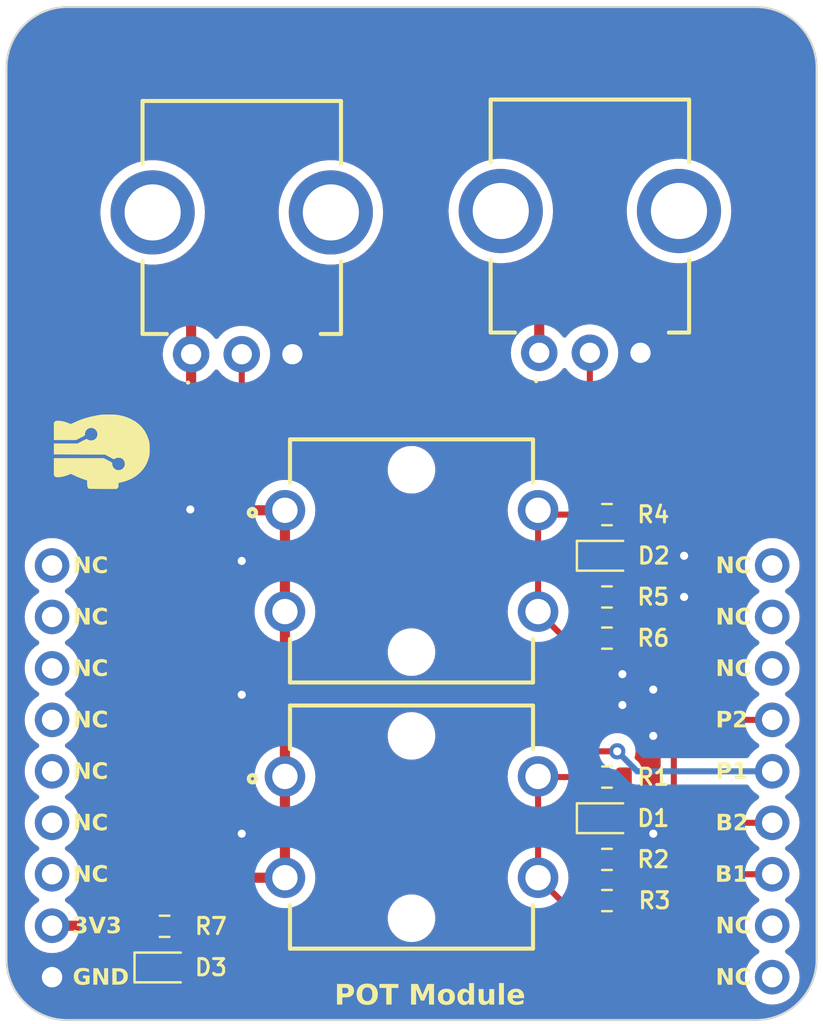
<source format=kicad_pcb>
(kicad_pcb (version 20221018) (generator pcbnew)
  (layers (0 "F.Cu" signal) (31 "B.Cu" signal) (34 "B.Paste" user) (35 "F.Paste" user) (36 "B.SilkS" user "B.Silkscreen") (37 "F.SilkS" user "F.Silkscreen") (38 "B.Mask" user) (39 "F.Mask" user) (44 "Edge.Cuts" user))
  (net 0 "")
  (net 1 "+3V3")
  (net 2 "GND")
  (net 3 "Net-(S1-COM_2)")
  (net 4 "Net-(S2-COM_2)")
  (net 17 "P1")
  (net 18 "P2")
  (net 19 "B1")
  (net 20 "B2")
  (net 21 "Net-(D1-A)")
  (net 22 "Net-(D2-A)")
  (net 23 "Net-(D3-A)")
  (footprint "meminle:B3F-4055" (layer "F.Cu") (at 91.186 85.018 180)
    (fp_text reference "S1" hide)
    (fp_text value "B3F-5050" hide)
    (fp_line (start -6 -6) (end -6 -3.849) (stroke (width 0.2)) (layer "F.SilkS"))
    (fp_line (start -6 -6) (end 6 -6) (stroke (width 0.2)) (layer "F.SilkS"))
    (fp_line (start -6 6) (end -6 3.849) (stroke (width 0.2)) (layer "F.SilkS"))
    (fp_line (start 6 -6) (end 6 -3.849) (stroke (width 0.2)) (layer "F.SilkS"))
    (fp_line (start 6 6) (end -6 6) (stroke (width 0.2)) (layer "F.SilkS"))
    (fp_line (start 6 6) (end 6 3.849) (stroke (width 0.2)) (layer "F.SilkS"))
    (fp_circle (center 7.855 2.384) (end 7.855 2.466) (stroke (width 0.2)) (fill none) (layer "F.SilkS"))
    (pad "" np_thru_hole circle (at 0 -4.5 180) (size 1.85 1.85) (drill 1.85) (layers "*.Cu" "*.Mask"))
    (pad "" np_thru_hole circle (at 0 4.5 180) (size 1.85 1.85) (drill 1.85) (layers "*.Cu" "*.Mask"))
    (pad "1" thru_hole circle (at 6.25 2.5 180) (size 2 2) (drill 1.25) (layers "*.Cu" "*.Mask") (net 1 "+3V3"))
    (pad "2" thru_hole circle (at -6.25 2.5 180) (size 2 2) (drill 1.25) (layers "*.Cu" "*.Mask") (net 3 "Net-(S1-COM_2)"))
    (pad "3" thru_hole circle (at 6.25 -2.5 180) (size 2 2) (drill 1.25) (layers "*.Cu" "*.Mask") (net 1 "+3V3"))
    (pad "4" thru_hole circle (at -6.25 -2.5 180) (size 2 2) (drill 1.25) (layers "*.Cu" "*.Mask") (net 3 "Net-(S1-COM_2)"))
  )
  (footprint "meminle:B3F-4055" (layer "F.Cu") (at 91.186 71.882 180)
    (fp_text reference "S2" hide)
    (fp_text value "B3F-5050" hide)
    (fp_line (start -6 -6) (end -6 -3.849) (stroke (width 0.2)) (layer "F.SilkS"))
    (fp_line (start -6 -6) (end 6 -6) (stroke (width 0.2)) (layer "F.SilkS"))
    (fp_line (start -6 6) (end -6 3.849) (stroke (width 0.2)) (layer "F.SilkS"))
    (fp_line (start 6 -6) (end 6 -3.849) (stroke (width 0.2)) (layer "F.SilkS"))
    (fp_line (start 6 6) (end -6 6) (stroke (width 0.2)) (layer "F.SilkS"))
    (fp_line (start 6 6) (end 6 3.849) (stroke (width 0.2)) (layer "F.SilkS"))
    (fp_circle (center 7.855 2.384) (end 7.855 2.466) (stroke (width 0.2)) (fill none) (layer "F.SilkS"))
    (pad "" np_thru_hole circle (at 0 -4.5 180) (size 1.85 1.85) (drill 1.85) (layers "*.Cu" "*.Mask"))
    (pad "" np_thru_hole circle (at 0 4.5 180) (size 1.85 1.85) (drill 1.85) (layers "*.Cu" "*.Mask"))
    (pad "1" thru_hole circle (at 6.25 2.5 180) (size 2 2) (drill 1.25) (layers "*.Cu" "*.Mask") (net 1 "+3V3"))
    (pad "2" thru_hole circle (at -6.25 2.5 180) (size 2 2) (drill 1.25) (layers "*.Cu" "*.Mask") (net 4 "Net-(S2-COM_2)"))
    (pad "3" thru_hole circle (at 6.25 -2.5 180) (size 2 2) (drill 1.25) (layers "*.Cu" "*.Mask") (net 1 "+3V3"))
    (pad "4" thru_hole circle (at -6.25 -2.5 180) (size 2 2) (drill 1.25) (layers "*.Cu" "*.Mask") (net 4 "Net-(S2-COM_2)"))
  )
  (footprint "LED_SMD:LED_0603_1608Metric" (layer "F.Cu") (at 100.838 71.628)
    (fp_text reference "D2" (at 2.3115 0) (layer "F.SilkS") (effects (font (size 0.8 0.8) (thickness 0.15) bold)))
    (fp_text value "LED" hide)
    (fp_line (start -1.485 -0.735) (end -1.485 0.735) (stroke (width 0.12)) (layer "F.SilkS"))
    (fp_line (start -1.485 0.735) (end 0.8 0.735) (stroke (width 0.12)) (layer "F.SilkS"))
    (fp_line (start 0.8 -0.735) (end -1.485 -0.735) (stroke (width 0.12)) (layer "F.SilkS"))
    (pad "1" smd roundrect (at -0.7875 0) (size 0.875 0.95) (layers "F.Cu" "F.Paste" "F.Mask") (net 2 "GND"))
    (pad "2" smd roundrect (at 0.7875 0) (size 0.875 0.95) (layers "F.Cu" "F.Paste" "F.Mask") (net 22 "Net-(D2-A)"))
  )
  (footprint "Resistor_SMD:R_0603_1608Metric" (layer "F.Cu") (at 78.994 89.916)
    (fp_text reference "R7" (at 2.286 0) (layer "F.SilkS") (effects (font (size 0.8 0.8) (thickness 0.15) bold)))
    (fp_text value "1k" hide)
    (fp_line (start -0.237258 -0.5225) (end 0.237258 -0.5225) (stroke (width 0.12)) (layer "F.SilkS"))
    (fp_line (start -0.237258 0.5225) (end 0.237258 0.5225) (stroke (width 0.12)) (layer "F.SilkS"))
    (pad "1" smd roundrect (at -0.825 0) (size 0.8 0.95) (layers "F.Cu" "F.Paste" "F.Mask") (net 1 "+3V3"))
    (pad "2" smd roundrect (at 0.825 0) (size 0.8 0.95) (layers "F.Cu" "F.Paste" "F.Mask") (net 23 "Net-(D3-A)"))
  )
  (footprint "Resistor_SMD:R_0603_1608Metric" (layer "F.Cu") (at 100.838 82.55)
    (fp_text reference "R1" (at 2.286 0) (layer "F.SilkS") (effects (font (size 0.8 0.8) (thickness 0.15) bold)))
    (fp_text value "1k" hide)
    (fp_line (start -0.237258 -0.5225) (end 0.237258 -0.5225) (stroke (width 0.12)) (layer "F.SilkS"))
    (fp_line (start -0.237258 0.5225) (end 0.237258 0.5225) (stroke (width 0.12)) (layer "F.SilkS"))
    (pad "1" smd roundrect (at -0.825 0) (size 0.8 0.95) (layers "F.Cu" "F.Paste" "F.Mask") (net 3 "Net-(S1-COM_2)"))
    (pad "2" smd roundrect (at 0.825 0) (size 0.8 0.95) (layers "F.Cu" "F.Paste" "F.Mask") (net 21 "Net-(D1-A)"))
  )
  (footprint "meminle:RK09D113F25C0B504" (layer "F.Cu") (at 80.304 61.68)
    (fp_text reference "RV1" hide)
    (fp_text value "R_Potentiometer" hide)
    (fp_line (start -2.4 -12.5) (end 7.4 -12.5) (stroke (width 0.2)) (layer "F.SilkS"))
    (fp_line (start -2.4 -9.4) (end -2.4 -12.5) (stroke (width 0.2)) (layer "F.SilkS"))
    (fp_line (start -2.4 -1) (end -2.4 -4.6) (stroke (width 0.2)) (layer "F.SilkS"))
    (fp_line (start -1.2 -1) (end -2.4 -1) (stroke (width 0.2)) (layer "F.SilkS"))
    (fp_line (start -0.2 1.4) (end -0.2 1.4) (stroke (width 0.1)) (layer "F.SilkS"))
    (fp_line (start -0.1 1.4) (end -0.1 1.4) (stroke (width 0.1)) (layer "F.SilkS"))
    (fp_line (start 6.4 -1) (end 7.4 -1) (stroke (width 0.2)) (layer "F.SilkS"))
    (fp_line (start 7.4 -12.5) (end 7.4 -9.4) (stroke (width 0.2)) (layer "F.SilkS"))
    (fp_line (start 7.4 -1) (end 7.4 -4.6) (stroke (width 0.2)) (layer "F.SilkS"))
    (fp_arc (start -0.2 1.4) (mid -0.15 1.35) (end -0.1 1.4) (stroke (width 0.1)) (layer "F.SilkS"))
    (fp_arc (start -0.1 1.4) (mid -0.15 1.45) (end -0.2 1.4) (stroke (width 0.1)) (layer "F.SilkS"))
    (pad "1" thru_hole oval (at 0 0) (size 1.8 1.8) (drill 1) (layers "*.Cu" "*.Mask") (net 1 "+3V3"))
    (pad "2" thru_hole circle (at 2.5 0) (size 1.8 1.8) (drill 1) (layers "*.Cu" "*.Mask") (net 17 "P1"))
    (pad "3" thru_hole rect (at 5 0) (size 1.8 1.8) (drill 1) (layers "*.Cu" "*.Mask") (net 2 "GND"))
    (pad "MH1" thru_hole circle (at -1.9 -7) (size 4.155 4.155) (drill 2.77) (layers "*.Cu" "*.Mask"))
    (pad "MH2" thru_hole circle (at 6.9 -7) (size 4.155 4.155) (drill 2.77) (layers "*.Cu" "*.Mask"))
  )
  (footprint "LED_SMD:LED_0603_1608Metric" (layer "F.Cu") (at 100.838 84.582)
    (fp_text reference "D1" (at 2.286 0) (layer "F.SilkS") (effects (font (size 0.8 0.8) (thickness 0.15) bold)))
    (fp_text value "LED" hide)
    (fp_line (start -1.485 -0.735) (end -1.485 0.735) (stroke (width 0.12)) (layer "F.SilkS"))
    (fp_line (start -1.485 0.735) (end 0.8 0.735) (stroke (width 0.12)) (layer "F.SilkS"))
    (fp_line (start 0.8 -0.735) (end -1.485 -0.735) (stroke (width 0.12)) (layer "F.SilkS"))
    (pad "1" smd roundrect (at -0.7875 0) (size 0.875 0.95) (layers "F.Cu" "F.Paste" "F.Mask") (net 2 "GND"))
    (pad "2" smd roundrect (at 0.7875 0) (size 0.875 0.95) (layers "F.Cu" "F.Paste" "F.Mask") (net 21 "Net-(D1-A)"))
  )
  (footprint "Resistor_SMD:R_0603_1608Metric" (layer "F.Cu") (at 100.838 69.596)
    (fp_text reference "R4" (at 2.286 0) (layer "F.SilkS") (effects (font (size 0.8 0.8) (thickness 0.15) bold)))
    (fp_text value "1k" hide)
    (fp_line (start -0.237258 -0.5225) (end 0.237258 -0.5225) (stroke (width 0.12)) (layer "F.SilkS"))
    (fp_line (start -0.237258 0.5225) (end 0.237258 0.5225) (stroke (width 0.12)) (layer "F.SilkS"))
    (pad "1" smd roundrect (at -0.825 0) (size 0.8 0.95) (layers "F.Cu" "F.Paste" "F.Mask") (net 4 "Net-(S2-COM_2)"))
    (pad "2" smd roundrect (at 0.825 0) (size 0.8 0.95) (layers "F.Cu" "F.Paste" "F.Mask") (net 22 "Net-(D2-A)"))
  )
  (footprint "Resistor_SMD:R_0603_1608Metric" (layer "F.Cu") (at 100.838 86.614)
    (fp_text reference "R2" (at 2.286 0) (layer "F.SilkS") (effects (font (size 0.8 0.8) (thickness 0.15) bold)))
    (fp_text value "10k" hide)
    (fp_line (start -0.237258 -0.5225) (end 0.237258 -0.5225) (stroke (width 0.12)) (layer "F.SilkS"))
    (fp_line (start -0.237258 0.5225) (end 0.237258 0.5225) (stroke (width 0.12)) (layer "F.SilkS"))
    (pad "1" smd roundrect (at -0.825 0) (size 0.8 0.95) (layers "F.Cu" "F.Paste" "F.Mask") (net 3 "Net-(S1-COM_2)"))
    (pad "2" smd roundrect (at 0.825 0) (size 0.8 0.95) (layers "F.Cu" "F.Paste" "F.Mask") (net 2 "GND"))
  )
  (footprint "meminle:RK09D113F25C0B504" (layer "F.Cu") (at 97.494 61.61)
    (fp_text reference "RV2" hide)
    (fp_text value "R_Potentiometer" hide)
    (fp_line (start -2.4 -12.5) (end 7.4 -12.5) (stroke (width 0.2)) (layer "F.SilkS"))
    (fp_line (start -2.4 -9.4) (end -2.4 -12.5) (stroke (width 0.2)) (layer "F.SilkS"))
    (fp_line (start -2.4 -1) (end -2.4 -4.6) (stroke (width 0.2)) (layer "F.SilkS"))
    (fp_line (start -1.2 -1) (end -2.4 -1) (stroke (width 0.2)) (layer "F.SilkS"))
    (fp_line (start -0.2 1.4) (end -0.2 1.4) (stroke (width 0.1)) (layer "F.SilkS"))
    (fp_line (start -0.1 1.4) (end -0.1 1.4) (stroke (width 0.1)) (layer "F.SilkS"))
    (fp_line (start 6.4 -1) (end 7.4 -1) (stroke (width 0.2)) (layer "F.SilkS"))
    (fp_line (start 7.4 -12.5) (end 7.4 -9.4) (stroke (width 0.2)) (layer "F.SilkS"))
    (fp_line (start 7.4 -1) (end 7.4 -4.6) (stroke (width 0.2)) (layer "F.SilkS"))
    (fp_arc (start -0.2 1.4) (mid -0.15 1.35) (end -0.1 1.4) (stroke (width 0.1)) (layer "F.SilkS"))
    (fp_arc (start -0.1 1.4) (mid -0.15 1.45) (end -0.2 1.4) (stroke (width 0.1)) (layer "F.SilkS"))
    (pad "1" thru_hole oval (at 0 0) (size 1.8 1.8) (drill 1) (layers "*.Cu" "*.Mask") (net 1 "+3V3"))
    (pad "2" thru_hole circle (at 2.5 0) (size 1.8 1.8) (drill 1) (layers "*.Cu" "*.Mask") (net 18 "P2"))
    (pad "3" thru_hole rect (at 5 0) (size 1.8 1.8) (drill 1) (layers "*.Cu" "*.Mask") (net 2 "GND"))
    (pad "MH1" thru_hole circle (at -1.9 -7) (size 4.155 4.155) (drill 2.77) (layers "*.Cu" "*.Mask"))
    (pad "MH2" thru_hole circle (at 6.9 -7) (size 4.155 4.155) (drill 2.77) (layers "*.Cu" "*.Mask"))
  )
  (footprint "LED_SMD:LED_0603_1608Metric" (layer "F.Cu") (at 78.994 91.948)
    (fp_text reference "D3" (at 2.286 0) (layer "F.SilkS") (effects (font (size 0.8 0.8) (thickness 0.15) bold)))
    (fp_text value "LED" hide)
    (fp_line (start -1.485 -0.735) (end -1.485 0.735) (stroke (width 0.12)) (layer "F.SilkS"))
    (fp_line (start -1.485 0.735) (end 0.8 0.735) (stroke (width 0.12)) (layer "F.SilkS"))
    (fp_line (start 0.8 -0.735) (end -1.485 -0.735) (stroke (width 0.12)) (layer "F.SilkS"))
    (pad "1" smd roundrect (at -0.7875 0) (size 0.875 0.95) (layers "F.Cu" "F.Paste" "F.Mask") (net 2 "GND"))
    (pad "2" smd roundrect (at 0.7875 0) (size 0.875 0.95) (layers "F.Cu" "F.Paste" "F.Mask") (net 23 "Net-(D3-A)"))
  )
  (footprint "Resistor_SMD:R_0603_1608Metric" (layer "F.Cu") (at 100.838 75.692)
    (fp_text reference "R6" (at 2.286 0) (layer "F.SilkS") (effects (font (size 0.8 0.8) (thickness 0.15) bold)))
    (fp_text value "1k" hide)
    (fp_line (start -0.237258 -0.5225) (end 0.237258 -0.5225) (stroke (width 0.12)) (layer "F.SilkS"))
    (fp_line (start -0.237258 0.5225) (end 0.237258 0.5225) (stroke (width 0.12)) (layer "F.SilkS"))
    (pad "1" smd roundrect (at -0.825 0) (size 0.8 0.95) (layers "F.Cu" "F.Paste" "F.Mask") (net 4 "Net-(S2-COM_2)"))
    (pad "2" smd roundrect (at 0.825 0) (size 0.8 0.95) (layers "F.Cu" "F.Paste" "F.Mask") (net 20 "B2"))
  )
  (footprint "Moduler_:pin_header_5-3" (layer "F.Cu") (at 91.18863 82.298433)
    (fp_text reference "U1" hide)
    (fp_text value "~" hide)
    (fp_text user "NC" (at 15.014634 10.636402 unlocked) (layer "F.SilkS") (effects (font (size 0.8 0.8) (thickness 0.2) bold) (justify left bottom)))
    (fp_text user "NC" (at -16.735366 -9.683598 unlocked) (layer "F.SilkS") (effects (font (size 0.8 0.8) (thickness 0.2) bold) (justify left bottom)))
    (fp_text user "NC" (at -16.735366 -7.143598 unlocked) (layer "F.SilkS") (effects (font (size 0.8 0.8) (thickness 0.2) bold) (justify left bottom)))
    (fp_text user "POT Module" (at -3.81 11.651391 unlocked) (layer "F.SilkS") (effects (font (thickness 0.2) bold) (justify left bottom)))
    (fp_text user "NC" (at 15.014634 10.636402 unlocked) (layer "F.SilkS") (effects (font (size 0.8 0.8) (thickness 0.2) bold) (justify left bottom)))
    (fp_text user "NC" (at -16.735366 -4.603598 unlocked) (layer "F.SilkS") (effects (font (size 0.8 0.8) (thickness 0.2) bold) (justify left bottom)))
    (fp_text user "NC" (at 15.014634 8.096402 unlocked) (layer "F.SilkS") (effects (font (size 0.8 0.8) (thickness 0.2) bold) (justify left bottom)))
    (fp_text user "NC" (at 15.014634 -4.603598 unlocked) (layer "F.SilkS") (effects (font (size 0.8 0.8) (thickness 0.2) bold) (justify left bottom)))
    (fp_text user "NC" (at -16.735366 5.556402 unlocked) (layer "F.SilkS") (effects (font (size 0.8 0.8) (thickness 0.2) bold) (justify left bottom)))
    (fp_text user "NC" (at 15.014634 -4.603598 unlocked) (layer "F.SilkS") (effects (font (size 0.8 0.8) (thickness 0.2) bold) (justify left bottom)))
    (fp_text user "NC" (at -16.735366 5.556402 unlocked) (layer "F.SilkS") (effects (font (size 0.8 0.8) (thickness 0.2) bold) (justify left bottom)))
    (fp_text user "NC" (at -16.735366 -2.063598 unlocked) (layer "F.SilkS") (effects (font (size 0.8 0.8) (thickness 0.2) bold) (justify left bottom)))
    (fp_text user "NC" (at -16.735366 -4.603598 unlocked) (layer "F.SilkS") (effects (font (size 0.8 0.8) (thickness 0.2) bold) (justify left bottom)))
    (fp_text user "NC" (at -16.735366 -7.143598 unlocked) (layer "F.SilkS") (effects (font (size 0.8 0.8) (thickness 0.2) bold) (justify left bottom)))
    (fp_text user "NC" (at 15.014634 -9.683598 unlocked) (layer "F.SilkS") (effects (font (size 0.8 0.8) (thickness 0.2) bold) (justify left bottom)))
    (fp_text user "NC" (at -16.735366 -2.063598 unlocked) (layer "F.SilkS") (effects (font (size 0.8 0.8) (thickness 0.2) bold) (justify left bottom)))
    (fp_text user "NC" (at -16.735366 3.016402 unlocked) (layer "F.SilkS") (effects (font (size 0.8 0.8) (thickness 0.2) bold) (justify left bottom)))
    (fp_text user "NC" (at 15.014634 -7.143598 unlocked) (layer "F.SilkS") (effects (font (size 0.8 0.8) (thickness 0.2) bold) (justify left bottom)))
    (fp_text user "B1" (at 14.986 5.556402 unlocked) (layer "F.SilkS") (effects (font (size 0.8 0.8) (thickness 0.2) bold) (justify left bottom)))
    (fp_text user "3V3" (at -16.735366 8.096402 unlocked) (layer "F.SilkS") (effects (font (size 0.8 0.8) (thickness 0.2) bold) (justify left bottom)))
    (fp_text user "NC" (at 15.014634 -9.683598 unlocked) (layer "F.SilkS") (effects (font (size 0.8 0.8) (thickness 0.2) bold) (justify left bottom)))
    (fp_text user "P2" (at 15.014634 -2.063598 unlocked) (layer "F.SilkS") (effects (font (size 0.8 0.8) (thickness 0.2) bold) (justify left bottom)))
    (fp_text user "NC" (at -16.735366 0.476402 unlocked) (layer "F.SilkS") (effects (font (size 0.8 0.8) (thickness 0.2) bold) (justify left bottom)))
    (fp_text user "B2" (at 15.014634 3.016402 unlocked) (layer "F.SilkS") (effects (font (size 0.8 0.8) (thickness 0.2) bold) (justify left bottom)))
    (fp_text user "NC" (at 15.014634 -7.143598 unlocked) (layer "F.SilkS") (effects (font (size 0.8 0.8) (thickness 0.2) bold) (justify left bottom)))
    (fp_text user "P1" (at 15.014634 0.476402 unlocked) (layer "F.SilkS") (effects (font (size 0.8 0.8) (thickness 0.2) bold) (justify left bottom)))
    (fp_text user "GND" (at -16.735366 10.636402 unlocked) (layer "F.SilkS") (effects (font (size 0.8 0.8) (thickness 0.2) bold) (justify left bottom)))
    (fp_text user "NC" (at 15.014634 8.096402 unlocked) (layer "F.SilkS") (effects (font (size 0.8 0.8) (thickness 0.2) bold) (justify left bottom)))
    (fp_poly (pts (xy -14.827194 -17.639377) (xy -14.702185 -17.635113) (xy -14.590248 -17.628348) (xy -14.498614 -17.619143) (xy -14.459536 -17.613071) (xy -14.271081 -17.571917) (xy -14.101143 -17.520901) (xy -13.937181 -17.455942) (xy -13.847216 -17.413879) (xy -13.643621 -17.298459) (xy -13.464933 -17.163765) (xy -13.31073 -17.009283) (xy -13.18059 -16.834499) (xy -13.074092 -16.638899) (xy -12.990812 -16.421968) (xy -12.967333 -16.341872) (xy -12.954571 -16.289688) (xy -12.945458 -16.237332) (xy -12.939418 -16.177947) (xy -12.935876 -16.104674) (xy -12.934257 -16.010656) (xy -12.933972 -15.944022) (xy -12.934283 -15.838907) (xy -12.935991 -15.758028) (xy -12.939785 -15.694037) (xy -12.946351 -15.639587) (xy -12.956378 -15.58733) (xy -12.970554 -15.529917) (xy -12.973899 -15.517348) (xy -13.047326 -15.301911) (xy -13.146975 -15.10334) (xy -13.271759 -14.922621) (xy -13.42059 -14.760738) (xy -13.59238 -14.618676) (xy -13.786043 -14.497421) (xy -14.00049 -14.397957) (xy -14.234634 -14.321269) (xy -14.317147 -14.300874) (xy -14.471159 -14.265749) (xy -14.471159 -14.163807) (xy -14.472699 -14.105733) (xy -14.479631 -14.068077) (xy -14.495419 -14.039724) (xy -14.517332 -14.015692) (xy -14.563505 -13.969519) (xy -15.24 -13.97) (xy -15.435166 -13.970547) (xy -15.5988 -13.97189) (xy -15.730948 -13.97403) (xy -15.831659 -13.976969) (xy -15.900983 -13.980707) (xy -15.938966 -13.985245) (xy -15.945618 -13.987409) (xy -15.981317 -14.025089) (xy -16.005153 -14.090184) (xy -16.017356 -14.183512) (xy -16.019194 -14.249391) (xy -16.019219 -14.388114) (xy -16.218935 -14.45571) (xy -16.315225 -14.490617) (xy -16.425306 -14.534164) (xy -16.534886 -14.580522) (xy -16.620732 -14.619577) (xy -16.822814 -14.715848) (xy -16.96667 -14.657605) (xy -17.155876 -14.593348) (xy -17.337269 -14.557441) (xy -17.453826 -14.548851) (xy -17.51418 -14.548161) (xy -17.552561 -14.551596) (xy -17.578561 -14.562049) (xy -17.601775 -14.582413) (xy -17.615735 -14.59766) (xy -17.661955 -14.649247) (xy -17.661955 -15.067592) (xy -17.661955 -15.485937) (xy -16.428538 -15.485937) (xy -15.195122 -15.485937) (xy -14.985413 -15.375257) (xy -14.904452 -15.332099) (xy -14.847678 -15.300296) (xy -14.811105 -15.276914) (xy -14.790746 -15.259019) (xy -14.782615 -15.243676) (xy -14.782723 -15.227949) (xy -14.783025 -15.226288) (xy -14.781372 -15.173163) (xy -14.762848 -15.108335) (xy -14.732012 -15.04331) (xy -14.693422 -14.989596) (xy -14.686374 -14.982373) (xy -14.637839 -14.946202) (xy -14.578256 -14.915772) (xy -14.556411 -14.907955) (xy -14.462657 -14.894062) (xy -14.374994 -14.907547) (xy -14.297121 -14.944321) (xy -14.232738 -15.000294) (xy -14.185544 -15.071379) (xy -14.159239 -15.153486) (xy -14.157523 -15.242526) (xy -14.179686 -15.32432) (xy -14.230319 -15.408679) (xy -14.299382 -15.469882) (xy -14.382201 -15.506323) (xy -14.474106 -15.516395) (xy -14.570423 -15.498493) (xy -14.622664 -15.476609) (xy -14.703542 -15.435689) (xy -14.923016 -15.55164) (xy -15.14249 -15.667592) (xy -16.402222 -15.671906) (xy -17.661955 -15.676221) (xy -17.661955 -15.944388) (xy -17.661955 -16.212554) (xy -17.07772 -16.212554) (xy -16.493485 -16.212554) (xy -16.265252 -16.331178) (xy -16.16724 -16.380696) (xy -16.094447 -16.414297) (xy -16.047406 -16.431753) (xy -16.026656 -16.432839) (xy -16.026145 -16.432207) (xy -16.005981 -16.415349) (xy -15.968025 -16.393627) (xy -15.950087 -16.385013) (xy -15.858956 -16.358883) (xy -15.770292 -16.360755) (xy -15.688262 -16.387084) (xy -15.617032 -16.434324) (xy -15.560769 -16.498933) (xy -15.52364 -16.577363) (xy -15.509812 -16.666072) (xy -15.520411 -16.750537) (xy -15.557701 -16.837202) (xy -15.616812 -16.906522) (xy -15.692044 -16.955599) (xy -15.777699 -16.981536) (xy -15.868077 -16.981434) (xy -15.936531 -16.962111) (xy -16.021376 -16.911973) (xy -16.081812 -16.842247) (xy -16.118456 -16.752054) (xy -16.12915 -16.689068) (xy -16.137639 -16.604823) (xy -16.349857 -16.495567) (xy -16.562075 -16.38631) (xy -17.112015 -16.38631) (xy -17.661955 -16.38631) (xy -17.661955 -16.814018) (xy -17.661955 -17.241726) (xy -17.615782 -17.287899) (xy -17.589053 -17.312002) (xy -17.562656 -17.325828) (xy -17.526764 -17.332165) (xy -17.471548 -17.333797) (xy -17.453873 -17.333797) (xy -17.306746 -17.323157) (xy -17.15544 -17.29086) (xy -16.992519 -17.235298) (xy -16.984866 -17.232254) (xy -16.921759 -17.207875) (xy -16.868348 -17.18884) (xy -16.832307 -17.177807) (xy -16.822764 -17.176111) (xy -16.800944 -17.182772) (xy -16.757051 -17.200962) (xy -16.697222 -17.227992) (xy -16.627595 -17.261175) (xy -16.619374 -17.265196) (xy -16.39561 -17.362974) (xy -16.145262 -17.450299) (xy -15.871907 -17.526131) (xy -15.579116 -17.589433) (xy -15.395226 -17.621025) (xy -15.313324 -17.63019) (xy -15.208339 -17.636546) (xy -15.087502 -17.640155) (xy -14.958043 -17.641078)) (fill solid) (layer "F.SilkS"))
    (fp_poly (pts (xy -14.827194 -17.639377) (xy -14.702185 -17.635113) (xy -14.590248 -17.628348) (xy -14.498614 -17.619143) (xy -14.459536 -17.613071) (xy -14.271081 -17.571917) (xy -14.101143 -17.520901) (xy -13.937181 -17.455942) (xy -13.847216 -17.413879) (xy -13.643621 -17.298459) (xy -13.464933 -17.163765) (xy -13.31073 -17.009283) (xy -13.18059 -16.834499) (xy -13.074092 -16.638899) (xy -12.990812 -16.421968) (xy -12.967333 -16.341872) (xy -12.954571 -16.289688) (xy -12.945458 -16.237332) (xy -12.939418 -16.177947) (xy -12.935876 -16.104674) (xy -12.934257 -16.010656) (xy -12.933972 -15.944022) (xy -12.934283 -15.838907) (xy -12.935991 -15.758028) (xy -12.939785 -15.694037) (xy -12.946351 -15.639587) (xy -12.956378 -15.58733) (xy -12.970554 -15.529917) (xy -12.973899 -15.517348) (xy -13.047326 -15.301911) (xy -13.146975 -15.10334) (xy -13.271759 -14.922621) (xy -13.42059 -14.760738) (xy -13.59238 -14.618676) (xy -13.786043 -14.497421) (xy -14.00049 -14.397957) (xy -14.234634 -14.321269) (xy -14.317147 -14.300874) (xy -14.471159 -14.265749) (xy -14.471159 -14.163807) (xy -14.472699 -14.105733) (xy -14.479631 -14.068077) (xy -14.495419 -14.039724) (xy -14.517332 -14.015692) (xy -14.563505 -13.969519) (xy -15.24 -13.97) (xy -15.435166 -13.970547) (xy -15.5988 -13.97189) (xy -15.730948 -13.97403) (xy -15.831659 -13.976969) (xy -15.900983 -13.980707) (xy -15.938966 -13.985245) (xy -15.945618 -13.987409) (xy -15.981317 -14.025089) (xy -16.005153 -14.090184) (xy -16.017356 -14.183512) (xy -16.019194 -14.249391) (xy -16.019219 -14.388114) (xy -16.218935 -14.45571) (xy -16.315225 -14.490617) (xy -16.425306 -14.534164) (xy -16.534886 -14.580522) (xy -16.620732 -14.619577) (xy -16.822814 -14.715848) (xy -16.96667 -14.657605) (xy -17.155876 -14.593348) (xy -17.337269 -14.557441) (xy -17.453826 -14.548851) (xy -17.51418 -14.548161) (xy -17.552561 -14.551596) (xy -17.578561 -14.562049) (xy -17.601775 -14.582413) (xy -17.615735 -14.59766) (xy -17.661955 -14.649247) (xy -17.661955 -15.067592) (xy -17.661955 -15.485937) (xy -16.428538 -15.485937) (xy -15.195122 -15.485937) (xy -14.985413 -15.375257) (xy -14.904452 -15.332099) (xy -14.847678 -15.300296) (xy -14.811105 -15.276914) (xy -14.790746 -15.259019) (xy -14.782615 -15.243676) (xy -14.782723 -15.227949) (xy -14.783025 -15.226288) (xy -14.781372 -15.173163) (xy -14.762848 -15.108335) (xy -14.732012 -15.04331) (xy -14.693422 -14.989596) (xy -14.686374 -14.982373) (xy -14.637839 -14.946202) (xy -14.578256 -14.915772) (xy -14.556411 -14.907955) (xy -14.462657 -14.894062) (xy -14.374994 -14.907547) (xy -14.297121 -14.944321) (xy -14.232738 -15.000294) (xy -14.185544 -15.071379) (xy -14.159239 -15.153486) (xy -14.157523 -15.242526) (xy -14.179686 -15.32432) (xy -14.230319 -15.408679) (xy -14.299382 -15.469882) (xy -14.382201 -15.506323) (xy -14.474106 -15.516395) (xy -14.570423 -15.498493) (xy -14.622664 -15.476609) (xy -14.703542 -15.435689) (xy -14.923016 -15.55164) (xy -15.14249 -15.667592) (xy -16.402222 -15.671906) (xy -17.661955 -15.676221) (xy -17.661955 -15.944388) (xy -17.661955 -16.212554) (xy -17.07772 -16.212554) (xy -16.493485 -16.212554) (xy -16.265252 -16.331178) (xy -16.16724 -16.380696) (xy -16.094447 -16.414297) (xy -16.047406 -16.431753) (xy -16.026656 -16.432839) (xy -16.026145 -16.432207) (xy -16.005981 -16.415349) (xy -15.968025 -16.393627) (xy -15.950087 -16.385013) (xy -15.858956 -16.358883) (xy -15.770292 -16.360755) (xy -15.688262 -16.387084) (xy -15.617032 -16.434324) (xy -15.560769 -16.498933) (xy -15.52364 -16.577363) (xy -15.509812 -16.666072) (xy -15.520411 -16.750537) (xy -15.557701 -16.837202) (xy -15.616812 -16.906522) (xy -15.692044 -16.955599) (xy -15.777699 -16.981536) (xy -15.868077 -16.981434) (xy -15.936531 -16.962111) (xy -16.021376 -16.911973) (xy -16.081812 -16.842247) (xy -16.118456 -16.752054) (xy -16.12915 -16.689068) (xy -16.137639 -16.604823) (xy -16.349857 -16.495567) (xy -16.562075 -16.38631) (xy -17.112015 -16.38631) (xy -17.661955 -16.38631) (xy -17.661955 -16.814018) (xy -17.661955 -17.241726) (xy -17.615782 -17.287899) (xy -17.589053 -17.312002) (xy -17.562656 -17.325828) (xy -17.526764 -17.332165) (xy -17.471548 -17.333797) (xy -17.453873 -17.333797) (xy -17.306746 -17.323157) (xy -17.15544 -17.29086) (xy -16.992519 -17.235298) (xy -16.984866 -17.232254) (xy -16.921759 -17.207875) (xy -16.868348 -17.18884) (xy -16.832307 -17.177807) (xy -16.822764 -17.176111) (xy -16.800944 -17.182772) (xy -16.757051 -17.200962) (xy -16.697222 -17.227992) (xy -16.627595 -17.261175) (xy -16.619374 -17.265196) (xy -16.39561 -17.362974) (xy -16.145262 -17.450299) (xy -15.871907 -17.526131) (xy -15.579116 -17.589433) (xy -15.395226 -17.621025) (xy -15.313324 -17.63019) (xy -15.208339 -17.636546) (xy -15.087502 -17.640155) (xy -14.958043 -17.641078)) (fill solid) (layer "F.SilkS"))
    (fp_poly (pts (xy 17.154627 -37.750531) (xy 17.306893 -37.738952) (xy 17.456945 -37.719884) (xy 17.604595 -37.693514) (xy 17.749655 -37.660032) (xy 17.891935 -37.619627) (xy 18.031248 -37.572485) (xy 18.167406 -37.518797) (xy 18.300219 -37.458749) (xy 18.429499 -37.392531) (xy 18.555059 -37.320331) (xy 18.676709 -37.242337) (xy 18.794262 -37.158739) (xy 18.907528 -37.069723) (xy 19.01632 -36.975479) (xy 19.120449 -36.876195) (xy 19.219726 -36.772059) (xy 19.313964 -36.66326) (xy 19.402974 -36.549986) (xy 19.486568 -36.432426) (xy 19.564556 -36.310768) (xy 19.636751 -36.1852) (xy 19.702965 -36.055911) (xy 19.763009 -35.923089) (xy 19.816694 -35.786922) (xy 19.863832 -35.6476) (xy 19.904235 -35.50531) (xy 19.937715 -35.360241) (xy 19.964083 -35.212581) (xy 19.98315 -35.062518) (xy 19.994728 -34.910242) (xy 19.99863 -34.755939) (xy 19.99863 9.244306) (xy 19.994728 9.398609) (xy 19.98315 9.550885) (xy 19.964083 9.700948) (xy 19.937715 9.848608) (xy 19.904235 9.993677) (xy 19.863832 10.135968) (xy 19.816694 10.27529) (xy 19.763009 10.411456) (xy 19.702965 10.544278) (xy 19.636751 10.673567) (xy 19.564556 10.799135) (xy 19.486568 10.920794) (xy 19.402974 11.038354) (xy 19.313964 11.151628) (xy 19.219726 11.260427) (xy 19.120449 11.364562) (xy 19.01632 11.463846) (xy 18.907528 11.55809) (xy 18.794262 11.647106) (xy 18.676709 11.730705) (xy 18.555059 11.808698) (xy 18.429499 11.880898) (xy 18.300219 11.947116) (xy 18.167406 12.007163) (xy 18.031248 12.060852) (xy 17.891935 12.107993) (xy 17.749655 12.148399) (xy 17.604595 12.181881) (xy 17.456945 12.20825) (xy 17.306893 12.227319) (xy 17.154627 12.238898) (xy 17.000335 12.2428) (xy -17.000335 12.2428) (xy -17.154626 12.238898) (xy -17.306893 12.227319) (xy -17.456945 12.20825) (xy -17.604596 12.181881) (xy -17.749655 12.148399) (xy -17.891936 12.107993) (xy -18.031249 12.060852) (xy -18.167406 12.007163) (xy -18.30022 11.947116) (xy -18.4295 11.880898) (xy -18.55506 11.808698) (xy -18.67671 11.730705) (xy -18.794262 11.647106) (xy -18.907529 11.55809) (xy -19.016321 11.463846) (xy -19.120449 11.364562) (xy -19.219727 11.260427) (xy -19.313965 11.151628) (xy -19.402975 11.038354) (xy -19.486568 10.920794) (xy -19.564556 10.799135) (xy -19.636752 10.673567) (xy -19.702965 10.544278) (xy -19.763009 10.411456) (xy -19.816694 10.27529) (xy -19.863832 10.135968) (xy -19.904235 9.993677) (xy -19.937715 9.848608) (xy -19.964083 9.700948) (xy -19.98315 9.550885) (xy -19.994728 9.398609) (xy -19.99863 9.244306) (xy -19.99863 -34.755939) (xy -19.994728 -34.910242) (xy -19.98315 -35.062518) (xy -19.964083 -35.212581) (xy -19.937715 -35.360241) (xy -19.904235 -35.50531) (xy -19.863832 -35.6476) (xy -19.816694 -35.786922) (xy -19.763009 -35.923089) (xy -19.702965 -36.055911) (xy -19.636752 -36.1852) (xy -19.564556 -36.310768) (xy -19.486568 -36.432426) (xy -19.402975 -36.549986) (xy -19.313965 -36.66326) (xy -19.219727 -36.772059) (xy -19.120449 -36.876195) (xy -19.016321 -36.975479) (xy -18.907529 -37.069723) (xy -18.794262 -37.158739) (xy -18.67671 -37.242337) (xy -18.55506 -37.320331) (xy -18.4295 -37.392531) (xy -18.30022 -37.458749) (xy -18.167406 -37.518797) (xy -18.031249 -37.572485) (xy -17.891936 -37.619627) (xy -17.749655 -37.660032) (xy -17.604596 -37.693514) (xy -17.456945 -37.719884) (xy -17.306893 -37.738952) (xy -17.154626 -37.750531) (xy -17.000335 -37.754433) (xy 17.000335 -37.754433)) (stroke (width 0.1)) (fill none) (layer "Edge.Cuts"))
    (pad "1" thru_hole oval (at -17.751366 -10.191598) (size 1.7 1.7) (drill 1) (layers "*.Cu" "*.Mask"))
    (pad "1" thru_hole oval (at -17.751366 -10.191598) (size 1.7 1.7) (drill 1) (layers "*.Cu" "*.Mask"))
    (pad "2" thru_hole oval (at -17.751366 -7.651598) (size 1.7 1.7) (drill 1) (layers "*.Cu" "*.Mask"))
    (pad "2" thru_hole oval (at -17.751366 -7.651598) (size 1.7 1.7) (drill 1) (layers "*.Cu" "*.Mask"))
    (pad "3" thru_hole oval (at -17.751366 -5.111598) (size 1.7 1.7) (drill 1) (layers "*.Cu" "*.Mask"))
    (pad "3" thru_hole oval (at -17.751366 -5.111598) (size 1.7 1.7) (drill 1) (layers "*.Cu" "*.Mask"))
    (pad "4" thru_hole oval (at -17.751366 -2.571598) (size 1.7 1.7) (drill 1) (layers "*.Cu" "*.Mask"))
    (pad "4" thru_hole oval (at -17.751366 -2.571598) (size 1.7 1.7) (drill 1) (layers "*.Cu" "*.Mask"))
    (pad "5" thru_hole oval (at -17.751366 -0.031598) (size 1.7 1.7) (drill 1) (layers "*.Cu" "*.Mask"))
    (pad "5" thru_hole oval (at -17.751366 -0.031598) (size 1.7 1.7) (drill 1) (layers "*.Cu" "*.Mask"))
    (pad "6" thru_hole oval (at -17.751366 2.508402) (size 1.7 1.7) (drill 1) (layers "*.Cu" "*.Mask"))
    (pad "6" thru_hole oval (at -17.751366 2.508402) (size 1.7 1.7) (drill 1) (layers "*.Cu" "*.Mask"))
    (pad "7" thru_hole oval (at -17.751366 5.048402) (size 1.7 1.7) (drill 1) (layers "*.Cu" "*.Mask"))
    (pad "7" thru_hole oval (at -17.751366 5.048402) (size 1.7 1.7) (drill 1) (layers "*.Cu" "*.Mask"))
    (pad "8" thru_hole oval (at -17.751366 7.588402) (size 1.7 1.7) (drill 1) (layers "*.Cu" "*.Mask") (net 1 "+3V3"))
    (pad "8" thru_hole oval (at -17.751366 7.588402) (size 1.7 1.7) (drill 1) (layers "*.Cu" "*.Mask") (net 1 "+3V3"))
    (pad "9" thru_hole oval (at -17.751366 10.128402) (size 1.7 1.7) (drill 1) (layers "*.Cu" "*.Mask") (net 2 "GND"))
    (pad "9" thru_hole oval (at -17.751366 10.128402) (size 1.7 1.7) (drill 1) (layers "*.Cu" "*.Mask") (net 2 "GND"))
    (pad "10" thru_hole oval (at 17.808634 10.128402) (size 1.7 1.7) (drill 1) (layers "*.Cu" "*.Mask"))
    (pad "10" thru_hole oval (at 17.808634 10.128402) (size 1.7 1.7) (drill 1) (layers "*.Cu" "*.Mask"))
    (pad "11" thru_hole oval (at 17.808634 7.588402) (size 1.7 1.7) (drill 1) (layers "*.Cu" "*.Mask"))
    (pad "11" thru_hole oval (at 17.808634 7.588402) (size 1.7 1.7) (drill 1) (layers "*.Cu" "*.Mask"))
    (pad "12" thru_hole oval (at 17.808634 5.048402) (size 1.7 1.7) (drill 1) (layers "*.Cu" "*.Mask") (net 19 "B1"))
    (pad "12" thru_hole oval (at 17.808634 5.048402) (size 1.7 1.7) (drill 1) (layers "*.Cu" "*.Mask") (net 19 "B1"))
    (pad "13" thru_hole oval (at 17.808634 2.508402) (size 1.7 1.7) (drill 1) (layers "*.Cu" "*.Mask") (net 20 "B2"))
    (pad "13" thru_hole oval (at 17.808634 2.508402) (size 1.7 1.7) (drill 1) (layers "*.Cu" "*.Mask") (net 20 "B2"))
    (pad "14" thru_hole oval (at 17.808634 -0.031598) (size 1.7 1.7) (drill 1) (layers "*.Cu" "*.Mask") (net 17 "P1"))
    (pad "14" thru_hole oval (at 17.808634 -0.031598) (size 1.7 1.7) (drill 1) (layers "*.Cu" "*.Mask") (net 17 "P1"))
    (pad "15" thru_hole oval (at 17.808634 -2.571598) (size 1.7 1.7) (drill 1) (layers "*.Cu" "*.Mask") (net 18 "P2"))
    (pad "15" thru_hole oval (at 17.808634 -2.571598) (size 1.7 1.7) (drill 1) (layers "*.Cu" "*.Mask") (net 18 "P2"))
    (pad "16" thru_hole oval (at 17.808634 -5.111598) (size 1.7 1.7) (drill 1) (layers "*.Cu" "*.Mask"))
    (pad "16" thru_hole oval (at 17.808634 -5.111598) (size 1.7 1.7) (drill 1) (layers "*.Cu" "*.Mask"))
    (pad "17" thru_hole oval (at 17.808634 -7.651598) (size 1.7 1.7) (drill 1) (layers "*.Cu" "*.Mask"))
    (pad "17" thru_hole oval (at 17.808634 -7.651598) (size 1.7 1.7) (drill 1) (layers "*.Cu" "*.Mask"))
    (pad "18" thru_hole oval (at 17.808634 -10.191598) (size 1.7 1.7) (drill 1) (layers "*.Cu" "*.Mask"))
    (pad "18" thru_hole oval (at 17.808634 -10.191598) (size 1.7 1.7) (drill 1) (layers "*.Cu" "*.Mask"))
  )
  (footprint "Resistor_SMD:R_0603_1608Metric" (layer "F.Cu") (at 100.838 88.646)
    (fp_text reference "R3" (at 2.349 0) (layer "F.SilkS") (effects (font (size 0.8 0.8) (thickness 0.15) bold)))
    (fp_text value "1k" hide)
    (fp_line (start -0.237258 -0.5225) (end 0.237258 -0.5225) (stroke (width 0.12)) (layer "F.SilkS"))
    (fp_line (start -0.237258 0.5225) (end 0.237258 0.5225) (stroke (width 0.12)) (layer "F.SilkS"))
    (pad "1" smd roundrect (at -0.825 0) (size 0.8 0.95) (layers "F.Cu" "F.Paste" "F.Mask") (net 3 "Net-(S1-COM_2)"))
    (pad "2" smd roundrect (at 0.825 0) (size 0.8 0.95) (layers "F.Cu" "F.Paste" "F.Mask") (net 19 "B1"))
  )
  (footprint "Resistor_SMD:R_0603_1608Metric" (layer "F.Cu") (at 100.838 73.66)
    (fp_text reference "R5" (at 2.286 0) (layer "F.SilkS") (effects (font (size 0.8 0.8) (thickness 0.15) bold)))
    (fp_text value "10k" hide)
    (fp_line (start -0.237258 -0.5225) (end 0.237258 -0.5225) (stroke (width 0.12)) (layer "F.SilkS"))
    (fp_line (start -0.237258 0.5225) (end 0.237258 0.5225) (stroke (width 0.12)) (layer "F.SilkS"))
    (pad "1" smd roundrect (at -0.825 0) (size 0.8 0.95) (layers "F.Cu" "F.Paste" "F.Mask") (net 4 "Net-(S2-COM_2)"))
    (pad "2" smd roundrect (at 0.825 0) (size 0.8 0.95) (layers "F.Cu" "F.Paste" "F.Mask") (net 2 "GND"))
  )
  (segment (start 84.936 87.518) (end 84.936 69.382) (width 0.5) (layer "F.Cu") (net 1))
  (segment (start 78.232 87.884) (end 78.598 87.518) (width 0.5) (layer "F.Cu") (net 1))
  (segment (start 73.437264 89.886835) (end 78.139835 89.886835) (width 0.5) (layer "F.Cu") (net 1))
  (segment (start 81.026 58.674) (end 96.52 58.674) (width 0.5) (layer "F.Cu") (net 1))
  (segment (start 80.304 61.68) (end 80.304 59.396) (width 0.5) (layer "F.Cu") (net 1))
  (segment (start 80.304 67.096) (end 82.59 69.382) (width 0.5) (layer "F.Cu") (net 1))
  (segment (start 78.232 89.853) (end 78.232 87.884) (width 0.5) (layer "F.Cu") (net 1))
  (segment (start 78.598 87.518) (end 84.936 87.518) (width 0.5) (layer "F.Cu") (net 1))
  (segment (start 78.169 89.916) (end 78.232 89.853) (width 0.5) (layer "F.Cu") (net 1))
  (segment (start 97.494 59.648) (end 97.494 61.61) (width 0.5) (layer "F.Cu") (net 1))
  (segment (start 82.59 69.382) (end 84.936 69.382) (width 0.5) (layer "F.Cu") (net 1))
  (segment (start 78.139835 89.886835) (end 78.169 89.916) (width 0.5) (layer "F.Cu") (net 1))
  (segment (start 96.52 58.674) (end 97.494 59.648) (width 0.5) (layer "F.Cu") (net 1))
  (segment (start 80.304 59.396) (end 81.026 58.674) (width 0.5) (layer "F.Cu") (net 1))
  (segment (start 80.304 61.68) (end 80.304 67.096) (width 0.5) (layer "F.Cu") (net 1))
  (via (at 103.124 85.344) (size 0.8) (drill 0.4) (layers "F.Cu" "B.Cu") (net 2))
  (via (at 101.6 78.994) (size 0.8) (drill 0.4) (layers "F.Cu" "B.Cu") (net 2))
  (via (at 103.124 78.232) (size 0.8) (drill 0.4) (layers "F.Cu" "B.Cu") (net 2))
  (via (at 82.804 78.486) (size 0.8) (drill 0.4) (layers "F.Cu" "B.Cu") (net 2))
  (via (at 101.6 77.47) (size 0.8) (drill 0.4) (layers "F.Cu" "B.Cu") (net 2))
  (via (at 80.264 69.342) (size 0.8) (drill 0.4) (layers "F.Cu" "B.Cu") (net 2))
  (via (at 104.648 73.66) (size 0.8) (drill 0.4) (layers "F.Cu" "B.Cu") (net 2))
  (via (at 103.124 80.518) (size 0.8) (drill 0.4) (layers "F.Cu" "B.Cu") (net 2))
  (via (at 104.648 71.628) (size 0.8) (drill 0.4) (layers "F.Cu" "B.Cu") (net 2))
  (via (at 82.804 71.882) (size 0.8) (drill 0.4) (layers "F.Cu" "B.Cu") (net 2))
  (via (at 82.804 85.344) (size 0.8) (drill 0.4) (layers "F.Cu" "B.Cu") (net 2))
  (segment (start 100.013 82.55) (end 97.468 82.55) (width 0.3) (layer "F.Cu") (net 3))
  (segment (start 97.436 87.518) (end 98.564 88.646) (width 0.3) (layer "F.Cu") (net 3))
  (segment (start 100.013 86.614) (end 100.013 88.646) (width 0.3) (layer "F.Cu") (net 3))
  (segment (start 97.436 82.518) (end 97.436 87.518) (width 0.3) (layer "F.Cu") (net 3))
  (segment (start 97.468 82.55) (end 97.436 82.518) (width 0.3) (layer "F.Cu") (net 3))
  (segment (start 98.564 88.646) (end 100.013 88.646) (width 0.3) (layer "F.Cu") (net 3))
  (segment (start 98.746 75.692) (end 100.013 75.692) (width 0.3) (layer "F.Cu") (net 4))
  (segment (start 100.013 73.66) (end 100.013 75.692) (width 0.3) (layer "F.Cu") (net 4))
  (segment (start 97.436 69.382) (end 97.436 74.382) (width 0.3) (layer "F.Cu") (net 4))
  (segment (start 100.013 69.596) (end 97.65 69.596) (width 0.3) (layer "F.Cu") (net 4))
  (segment (start 97.65 69.596) (end 97.436 69.382) (width 0.3) (layer "F.Cu") (net 4))
  (segment (start 97.436 74.382) (end 98.746 75.692) (width 0.3) (layer "F.Cu") (net 4))
  (segment (start 82.804 63.754) (end 82.804 61.68) (width 0.3) (layer "F.Cu") (net 17))
  (segment (start 100.33 81.28) (end 82.804 63.754) (width 0.3) (layer "F.Cu") (net 17))
  (segment (start 101.346 81.28) (end 100.33 81.28) (width 0.3) (layer "F.Cu") (net 17))
  (via (at 101.346 81.28) (size 0.8) (drill 0.4) (layers "F.Cu" "B.Cu") (net 17))
  (segment (start 102.332835 82.266835) (end 108.997264 82.266835) (width 0.3) (layer "B.Cu") (net 17))
  (segment (start 101.346 81.28) (end 102.332835 82.266835) (width 0.3) (layer "B.Cu") (net 17))
  (segment (start 99.994 63.164) (end 105.664 68.834) (width 0.3) (layer "F.Cu") (net 18))
  (segment (start 105.664 77.978) (end 107.412835 79.726835) (width 0.3) (layer "F.Cu") (net 18))
  (segment (start 105.664 68.834) (end 105.664 77.978) (width 0.3) (layer "F.Cu") (net 18))
  (segment (start 99.994 61.61) (end 99.994 63.164) (width 0.3) (layer "F.Cu") (net 18))
  (segment (start 107.412835 79.726835) (end 108.997264 79.726835) (width 0.3) (layer "F.Cu") (net 18))
  (segment (start 101.663 88.646) (end 103.632 88.646) (width 0.3) (layer "F.Cu") (net 19))
  (segment (start 103.632 88.646) (end 104.931165 87.346835) (width 0.3) (layer "F.Cu") (net 19))
  (segment (start 104.931165 87.346835) (end 108.997264 87.346835) (width 0.3) (layer "F.Cu") (net 19))
  (segment (start 104.14 83.82) (end 105.126835 84.806835) (width 0.3) (layer "F.Cu") (net 20))
  (segment (start 101.663 75.692) (end 102.616 75.692) (width 0.3) (layer "F.Cu") (net 20))
  (segment (start 105.126835 84.806835) (end 108.997264 84.806835) (width 0.3) (layer "F.Cu") (net 20))
  (segment (start 102.616 75.692) (end 104.14 77.216) (width 0.3) (layer "F.Cu") (net 20))
  (segment (start 104.14 77.216) (end 104.14 83.82) (width 0.3) (layer "F.Cu") (net 20))
  (segment (start 101.663 82.55) (end 101.663 84.5445) (width 0.3) (layer "F.Cu") (net 21))
  (segment (start 101.663 84.5445) (end 101.6255 84.582) (width 0.3) (layer "F.Cu") (net 21))
  (segment (start 101.663 69.596) (end 101.663 71.5905) (width 0.3) (layer "F.Cu") (net 22))
  (segment (start 101.663 71.5905) (end 101.6255 71.628) (width 0.3) (layer "F.Cu") (net 22))
  (segment (start 79.819 89.916) (end 79.819 91.9105) (width 0.5) (layer "F.Cu") (net 23))
  (segment (start 79.819 91.9105) (end 79.7815 91.948) (width 0.5) (layer "F.Cu") (net 23))
  (zone (net 2) (net_name "GND") (layers "F&B.Cu") (connect_pads yes (clearance 0.5)) (min_thickness 0.25) (fill yes (thermal_gap 0.5) (thermal_bridge_width 0.5))
    (polygon (pts (xy 70.866 44.196) (xy 111.506 44.196) (xy 111.506 94.742) (xy 70.866 94.742)))
  )
)
</source>
